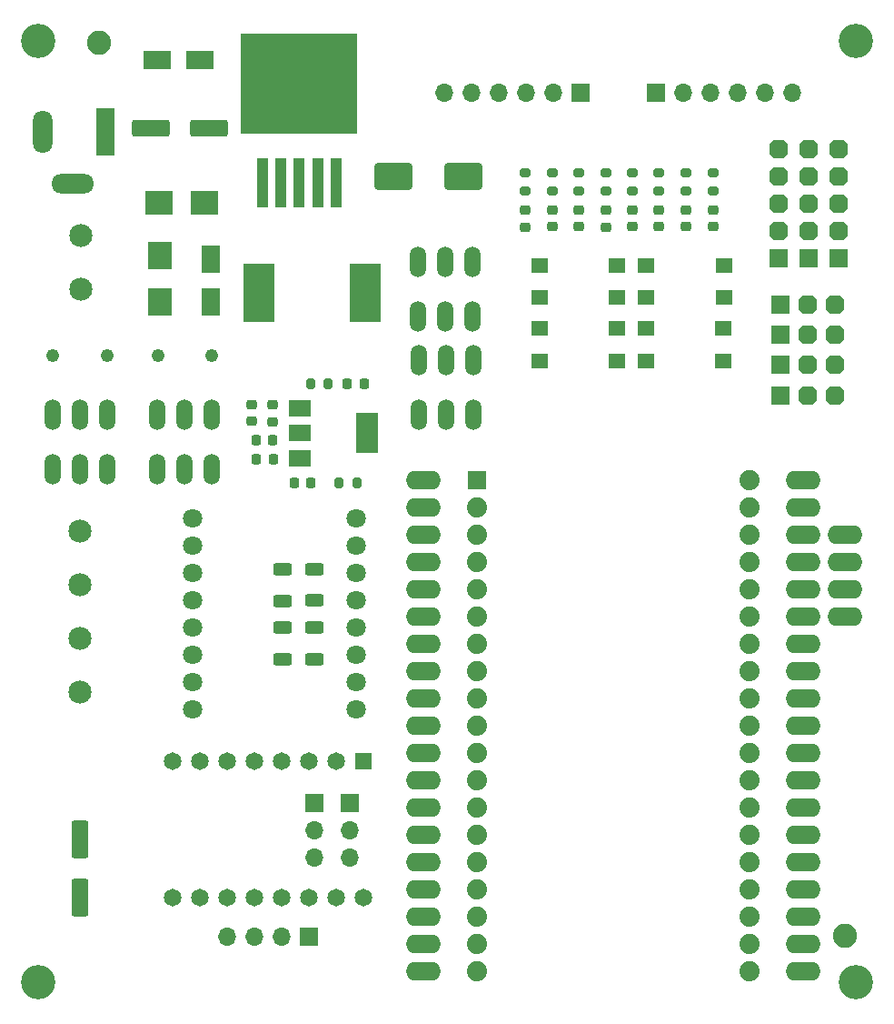
<source format=gbr>
%TF.GenerationSoftware,KiCad,Pcbnew,6.0.8-f2edbf62ab~116~ubuntu20.04.1*%
%TF.CreationDate,2022-10-27T00:05:34+05:30*%
%TF.ProjectId,sra_dev_board_2022,7372615f-6465-4765-9f62-6f6172645f32,rev?*%
%TF.SameCoordinates,Original*%
%TF.FileFunction,Soldermask,Top*%
%TF.FilePolarity,Negative*%
%FSLAX46Y46*%
G04 Gerber Fmt 4.6, Leading zero omitted, Abs format (unit mm)*
G04 Created by KiCad (PCBNEW 6.0.8-f2edbf62ab~116~ubuntu20.04.1) date 2022-10-27 00:05:34*
%MOMM*%
%LPD*%
G01*
G04 APERTURE LIST*
G04 Aperture macros list*
%AMRoundRect*
0 Rectangle with rounded corners*
0 $1 Rounding radius*
0 $2 $3 $4 $5 $6 $7 $8 $9 X,Y pos of 4 corners*
0 Add a 4 corners polygon primitive as box body*
4,1,4,$2,$3,$4,$5,$6,$7,$8,$9,$2,$3,0*
0 Add four circle primitives for the rounded corners*
1,1,$1+$1,$2,$3*
1,1,$1+$1,$4,$5*
1,1,$1+$1,$6,$7*
1,1,$1+$1,$8,$9*
0 Add four rect primitives between the rounded corners*
20,1,$1+$1,$2,$3,$4,$5,0*
20,1,$1+$1,$4,$5,$6,$7,0*
20,1,$1+$1,$6,$7,$8,$9,0*
20,1,$1+$1,$8,$9,$2,$3,0*%
%AMFreePoly0*
4,1,25,0.440719,0.844196,0.452842,0.833842,0.833842,0.452842,0.862349,0.396894,0.863600,0.381000,0.863600,-0.381000,0.844196,-0.440719,0.833842,-0.452842,0.452842,-0.833842,0.396894,-0.862349,0.381000,-0.863600,-0.381000,-0.863600,-0.440719,-0.844196,-0.452842,-0.833842,-0.833842,-0.452842,-0.862349,-0.396894,-0.863600,-0.381000,-0.863600,0.381000,-0.844196,0.440719,-0.833842,0.452842,
-0.452842,0.833842,-0.396894,0.862349,-0.381000,0.863600,0.381000,0.863600,0.440719,0.844196,0.440719,0.844196,$1*%
G04 Aperture macros list end*
%ADD10RoundRect,0.200000X0.275000X-0.200000X0.275000X0.200000X-0.275000X0.200000X-0.275000X-0.200000X0*%
%ADD11RoundRect,0.101600X0.762000X-0.762000X0.762000X0.762000X-0.762000X0.762000X-0.762000X-0.762000X0*%
%ADD12FreePoly0,90.000000*%
%ADD13C,2.153200*%
%ADD14O,3.251200X1.727200*%
%ADD15R,1.650000X1.650000*%
%ADD16C,1.650000*%
%ADD17RoundRect,0.101600X0.762000X0.762000X-0.762000X0.762000X-0.762000X-0.762000X0.762000X-0.762000X0*%
%ADD18FreePoly0,180.000000*%
%ADD19RoundRect,0.225000X0.250000X-0.225000X0.250000X0.225000X-0.250000X0.225000X-0.250000X-0.225000X0*%
%ADD20R,1.700000X1.700000*%
%ADD21O,1.700000X1.700000*%
%ADD22R,1.800000X2.500000*%
%ADD23C,3.200000*%
%ADD24RoundRect,0.218750X-0.256250X0.218750X-0.256250X-0.218750X0.256250X-0.218750X0.256250X0.218750X0*%
%ADD25C,1.800000*%
%ADD26R,2.300000X2.500000*%
%ADD27RoundRect,0.250000X-1.500000X-1.000000X1.500000X-1.000000X1.500000X1.000000X-1.500000X1.000000X0*%
%ADD28R,2.500000X2.300000*%
%ADD29O,1.524000X2.844800*%
%ADD30R,1.600000X1.400000*%
%ADD31C,1.219000*%
%ADD32RoundRect,0.250000X-0.550000X1.500000X-0.550000X-1.500000X0.550000X-1.500000X0.550000X1.500000X0*%
%ADD33RoundRect,0.218750X-0.218750X-0.256250X0.218750X-0.256250X0.218750X0.256250X-0.218750X0.256250X0*%
%ADD34RoundRect,0.200000X0.200000X0.275000X-0.200000X0.275000X-0.200000X-0.275000X0.200000X-0.275000X0*%
%ADD35RoundRect,0.250000X0.625000X-0.312500X0.625000X0.312500X-0.625000X0.312500X-0.625000X-0.312500X0*%
%ADD36R,1.800000X4.400000*%
%ADD37O,1.800000X4.000000*%
%ADD38O,4.000000X1.800000*%
%ADD39RoundRect,0.200000X-0.200000X-0.275000X0.200000X-0.275000X0.200000X0.275000X-0.200000X0.275000X0*%
%ADD40RoundRect,0.250000X1.500000X0.550000X-1.500000X0.550000X-1.500000X-0.550000X1.500000X-0.550000X0*%
%ADD41RoundRect,0.101600X-0.780000X-0.780000X0.780000X-0.780000X0.780000X0.780000X-0.780000X0.780000X0*%
%ADD42C,1.879600*%
%ADD43R,2.500000X1.800000*%
%ADD44R,2.895600X5.410200*%
%ADD45RoundRect,0.225000X0.225000X0.250000X-0.225000X0.250000X-0.225000X-0.250000X0.225000X-0.250000X0*%
%ADD46C,2.250000*%
%ADD47R,2.000000X1.500000*%
%ADD48R,2.000000X3.800000*%
%ADD49R,1.100000X4.600000*%
%ADD50R,10.800000X9.400000*%
%ADD51RoundRect,0.218750X0.218750X0.256250X-0.218750X0.256250X-0.218750X-0.256250X0.218750X-0.256250X0*%
G04 APERTURE END LIST*
D10*
%TO.C,R7*%
X132680000Y-45896250D03*
X132680000Y-44246250D03*
%TD*%
D11*
%TO.C,J10*%
X141520000Y-56510000D03*
D12*
X144060000Y-56510000D03*
X146600000Y-56510000D03*
%TD*%
D13*
%TO.C,T3*%
X76270000Y-55053723D03*
X76270000Y-50053723D03*
%TD*%
D14*
%TO.C,J5*%
X143569418Y-118588838D03*
X143569418Y-116048838D03*
X143569418Y-113508838D03*
X143569418Y-110968838D03*
X143569418Y-108428838D03*
X143569418Y-105888838D03*
X143569418Y-103348838D03*
X143569418Y-100808838D03*
X143569418Y-98268838D03*
X143569418Y-95728838D03*
X143569418Y-93188838D03*
X143569418Y-90648838D03*
X143569418Y-88108838D03*
X143569418Y-85568838D03*
X143569418Y-83028838D03*
X143569418Y-80488838D03*
X143569418Y-77948838D03*
X143569418Y-75408838D03*
X143569418Y-72868838D03*
%TD*%
D15*
%TO.C,A1*%
X102616000Y-99004500D03*
D16*
X100076000Y-99004500D03*
X97536000Y-99004500D03*
X94996000Y-99004500D03*
X92456000Y-99004500D03*
X89916000Y-99004500D03*
X87376000Y-99004500D03*
X84836000Y-99004500D03*
X84836000Y-111704500D03*
X87376000Y-111704500D03*
X89916000Y-111704500D03*
X92456000Y-111704500D03*
X94996000Y-111704500D03*
X97536000Y-111704500D03*
X100076000Y-111704500D03*
X102616000Y-111704500D03*
%TD*%
D10*
%TO.C,R1*%
X117720000Y-45912500D03*
X117720000Y-44262500D03*
%TD*%
D17*
%TO.C,J11*%
X141332544Y-52158000D03*
D18*
X141332544Y-49618000D03*
X141332544Y-47078000D03*
X141332544Y-44538000D03*
X141332544Y-41998000D03*
%TD*%
D19*
%TO.C,C5*%
X94170000Y-67386847D03*
X94170000Y-65836847D03*
%TD*%
D20*
%TO.C,J16*%
X98044000Y-102870000D03*
D21*
X98044000Y-105410000D03*
X98044000Y-107950000D03*
%TD*%
D22*
%TO.C,D13*%
X88438853Y-52230000D03*
X88438853Y-56230000D03*
%TD*%
D23*
%TO.C,H2*%
X72350000Y-119600000D03*
%TD*%
D24*
%TO.C,D2*%
X120250000Y-47683750D03*
X120250000Y-49258750D03*
%TD*%
D20*
%TO.C,J8*%
X129920000Y-36790000D03*
D21*
X132460000Y-36790000D03*
X135000000Y-36790000D03*
X137540000Y-36790000D03*
X140080000Y-36790000D03*
X142620000Y-36790000D03*
%TD*%
D25*
%TO.C,U3*%
X86720000Y-76427582D03*
X86720000Y-78967582D03*
X86720000Y-81507582D03*
X86720000Y-84047582D03*
X86720000Y-86587582D03*
X86720000Y-89127582D03*
X86720000Y-91667582D03*
X86720000Y-94207582D03*
X101960000Y-94207582D03*
X101960000Y-91667582D03*
X101960000Y-89127582D03*
X101960000Y-86587582D03*
X101960000Y-84047582D03*
X101960000Y-81507582D03*
X101960000Y-78967582D03*
X101960000Y-76427582D03*
%TD*%
D17*
%TO.C,J13*%
X146900000Y-52160000D03*
D18*
X146900000Y-49620000D03*
X146900000Y-47080000D03*
X146900000Y-44540000D03*
X146900000Y-42000000D03*
%TD*%
D26*
%TO.C,D9*%
X83690000Y-56230000D03*
X83690000Y-51930000D03*
%TD*%
D24*
%TO.C,D4*%
X125220000Y-47692500D03*
X125220000Y-49267500D03*
%TD*%
D27*
%TO.C,C2*%
X105452500Y-44600000D03*
X111952500Y-44600000D03*
%TD*%
D28*
%TO.C,D14*%
X87850000Y-47000000D03*
X83550000Y-47000000D03*
%TD*%
D10*
%TO.C,R6*%
X130180000Y-45896250D03*
X130180000Y-44246250D03*
%TD*%
D29*
%TO.C,TB_B1*%
X107780000Y-61657386D03*
X110320000Y-61657386D03*
X112860000Y-61657386D03*
X107780000Y-66737386D03*
X110320000Y-66737386D03*
X112860000Y-66737386D03*
%TD*%
D30*
%TO.C,SW2*%
X126270000Y-58740000D03*
X119070000Y-58740000D03*
X126270000Y-61740000D03*
X119070000Y-61740000D03*
%TD*%
D10*
%TO.C,R4*%
X125220000Y-45905000D03*
X125220000Y-44255000D03*
%TD*%
D31*
%TO.C,F2*%
X83485000Y-61280000D03*
X88535000Y-61280000D03*
%TD*%
D11*
%TO.C,J3*%
X141520000Y-64934000D03*
D12*
X144060000Y-64934000D03*
X146600000Y-64934000D03*
%TD*%
D24*
%TO.C,D6*%
X130180000Y-47683750D03*
X130180000Y-49258750D03*
%TD*%
%TO.C,D1*%
X117740000Y-47700000D03*
X117740000Y-49275000D03*
%TD*%
D32*
%TO.C,C7*%
X76200000Y-106266000D03*
X76200000Y-111666000D03*
%TD*%
D20*
%TO.C,J15*%
X97536000Y-115316000D03*
D21*
X94996000Y-115316000D03*
X92456000Y-115316000D03*
X89916000Y-115316000D03*
%TD*%
D29*
%TO.C,12V_SW1*%
X73680000Y-66762369D03*
X76220000Y-66762369D03*
X78760000Y-66762369D03*
X73680000Y-71842369D03*
X76220000Y-71842369D03*
X78760000Y-71842369D03*
%TD*%
D10*
%TO.C,R2*%
X120250000Y-45896250D03*
X120250000Y-44246250D03*
%TD*%
D29*
%TO.C,5V_SW1*%
X83400000Y-66770000D03*
X85940000Y-66770000D03*
X88480000Y-66770000D03*
X83400000Y-71850000D03*
X85940000Y-71850000D03*
X88480000Y-71850000D03*
%TD*%
D24*
%TO.C,D7*%
X132680000Y-47683750D03*
X132680000Y-49258750D03*
%TD*%
D33*
%TO.C,D11*%
X101125000Y-63890000D03*
X102700000Y-63890000D03*
%TD*%
D31*
%TO.C,F1*%
X78715000Y-61280000D03*
X73665000Y-61280000D03*
%TD*%
D10*
%TO.C,R3*%
X122730000Y-45896250D03*
X122730000Y-44246250D03*
%TD*%
D11*
%TO.C,J2*%
X141520000Y-59310000D03*
D12*
X144060000Y-59310000D03*
X146600000Y-59310000D03*
%TD*%
D10*
%TO.C,R8*%
X135190000Y-45896250D03*
X135190000Y-44246250D03*
%TD*%
D23*
%TO.C,H1*%
X72350000Y-31950000D03*
%TD*%
D14*
%TO.C,J9*%
X147480000Y-85580000D03*
X147480000Y-83040000D03*
X147480000Y-80500000D03*
X147480000Y-77960000D03*
%TD*%
D30*
%TO.C,SW4*%
X136203500Y-52850000D03*
X129003500Y-52850000D03*
X136203500Y-55850000D03*
X129003500Y-55850000D03*
%TD*%
D24*
%TO.C,D3*%
X122730000Y-47683750D03*
X122730000Y-49258750D03*
%TD*%
D34*
%TO.C,R10*%
X99335000Y-63890000D03*
X97685000Y-63890000D03*
%TD*%
D35*
%TO.C,R14*%
X95100000Y-89492500D03*
X95100000Y-86567500D03*
%TD*%
D24*
%TO.C,D8*%
X135190000Y-47683750D03*
X135190000Y-49258750D03*
%TD*%
D20*
%TO.C,J7*%
X122890000Y-36780000D03*
D21*
X120350000Y-36780000D03*
X117810000Y-36780000D03*
X115270000Y-36780000D03*
X112730000Y-36780000D03*
X110190000Y-36780000D03*
%TD*%
D30*
%TO.C,SW1*%
X126274490Y-52860000D03*
X119074490Y-52860000D03*
X126274490Y-55860000D03*
X119074490Y-55860000D03*
%TD*%
D35*
%TO.C,R12*%
X95080000Y-84062500D03*
X95080000Y-81137500D03*
%TD*%
D19*
%TO.C,C4*%
X92230000Y-67376847D03*
X92230000Y-65826847D03*
%TD*%
D36*
%TO.C,J6*%
X78580000Y-40400000D03*
D37*
X72780000Y-40400000D03*
D38*
X75580000Y-45200000D03*
%TD*%
D39*
%TO.C,R9*%
X100375000Y-73090000D03*
X102025000Y-73090000D03*
%TD*%
D13*
%TO.C,T1*%
X76210000Y-77579497D03*
X76210000Y-82579497D03*
X76210000Y-87579497D03*
X76210000Y-92579497D03*
%TD*%
D40*
%TO.C,C1*%
X88200000Y-40100000D03*
X82800000Y-40100000D03*
%TD*%
D41*
%TO.C,U1*%
X113179418Y-72868838D03*
D42*
X113179418Y-75408838D03*
X113179418Y-77948838D03*
X113179418Y-80488838D03*
X113179418Y-83028838D03*
X113179418Y-85568838D03*
X113179418Y-88108838D03*
X113179418Y-90648838D03*
X113179418Y-93188838D03*
X113179418Y-95728838D03*
X113179418Y-98268838D03*
X113179418Y-100808838D03*
X113179418Y-103348838D03*
X113179418Y-105888838D03*
X113179418Y-108428838D03*
X113179418Y-110968838D03*
X113179418Y-113508838D03*
X113179418Y-116048838D03*
X113179418Y-118588838D03*
X138579418Y-72868838D03*
X138579418Y-75408838D03*
X138579418Y-77948838D03*
X138579418Y-80488838D03*
X138579418Y-83028838D03*
X138579418Y-85568838D03*
X138579418Y-88108838D03*
X138579418Y-90648838D03*
X138579418Y-93188838D03*
X138579418Y-95728838D03*
X138579418Y-98268838D03*
X138579418Y-100808838D03*
X138579418Y-103348838D03*
X138579418Y-105888838D03*
X138579418Y-108428838D03*
X138579418Y-110968838D03*
X138579418Y-113508838D03*
X138579418Y-116048838D03*
X138579418Y-118588838D03*
%TD*%
D35*
%TO.C,R11*%
X98070000Y-84052500D03*
X98070000Y-81127500D03*
%TD*%
D43*
%TO.C,D12*%
X87400000Y-33700000D03*
X83400000Y-33700000D03*
%TD*%
D30*
%TO.C,SW3*%
X136200000Y-58720000D03*
X129000000Y-58720000D03*
X136200000Y-61720000D03*
X129000000Y-61720000D03*
%TD*%
D29*
%TO.C,TB_A1*%
X107720000Y-52487102D03*
X110260000Y-52487102D03*
X112800000Y-52487102D03*
X107720000Y-57567102D03*
X110260000Y-57567102D03*
X112800000Y-57567102D03*
%TD*%
D24*
%TO.C,D5*%
X127700000Y-47683750D03*
X127700000Y-49258750D03*
%TD*%
D23*
%TO.C,H3*%
X148500000Y-119600000D03*
%TD*%
D44*
%TO.C,L1*%
X92937735Y-55380000D03*
X102843735Y-55380000D03*
%TD*%
D45*
%TO.C,C6*%
X94175000Y-69111847D03*
X92625000Y-69111847D03*
%TD*%
%TO.C,C3*%
X94225000Y-70911847D03*
X92675000Y-70911847D03*
%TD*%
D46*
%TO.C,REF\u002A\u002A*%
X147470000Y-115260000D03*
%TD*%
D47*
%TO.C,U2*%
X96700000Y-66180000D03*
X96700000Y-68480000D03*
D48*
X103000000Y-68480000D03*
D47*
X96700000Y-70780000D03*
%TD*%
D35*
%TO.C,R13*%
X98100000Y-89502500D03*
X98100000Y-86577500D03*
%TD*%
D49*
%TO.C,U5*%
X93260000Y-45115000D03*
X94960000Y-45115000D03*
D50*
X96660000Y-35965000D03*
D49*
X96660000Y-45115000D03*
X98360000Y-45115000D03*
X100060000Y-45115000D03*
%TD*%
D17*
%TO.C,J12*%
X144122544Y-52166000D03*
D18*
X144122544Y-49626000D03*
X144122544Y-47086000D03*
X144122544Y-44546000D03*
X144122544Y-42006000D03*
%TD*%
D10*
%TO.C,R5*%
X127700000Y-45896250D03*
X127700000Y-44246250D03*
%TD*%
D46*
%TO.C,REF\u002A\u002A*%
X78000000Y-32100000D03*
%TD*%
D20*
%TO.C,J14*%
X101346000Y-102870000D03*
D21*
X101346000Y-105410000D03*
X101346000Y-107950000D03*
%TD*%
D51*
%TO.C,D10*%
X97737500Y-73090000D03*
X96162500Y-73090000D03*
%TD*%
D23*
%TO.C,H4*%
X148500000Y-31950000D03*
%TD*%
D14*
%TO.C,J1*%
X108179418Y-72868838D03*
X108179418Y-75408838D03*
X108179418Y-77948838D03*
X108179418Y-80488838D03*
X108179418Y-83028838D03*
X108179418Y-85568838D03*
X108179418Y-88108838D03*
X108179418Y-90648838D03*
X108179418Y-93188838D03*
X108179418Y-95728838D03*
X108179418Y-98268838D03*
X108179418Y-100808838D03*
X108179418Y-103348838D03*
X108179418Y-105888838D03*
X108179418Y-108428838D03*
X108179418Y-110968838D03*
X108179418Y-113508838D03*
X108179418Y-116048838D03*
X108179418Y-118588838D03*
%TD*%
D11*
%TO.C,J4*%
X141510000Y-62120000D03*
D12*
X144050000Y-62120000D03*
X146590000Y-62120000D03*
%TD*%
M02*

</source>
